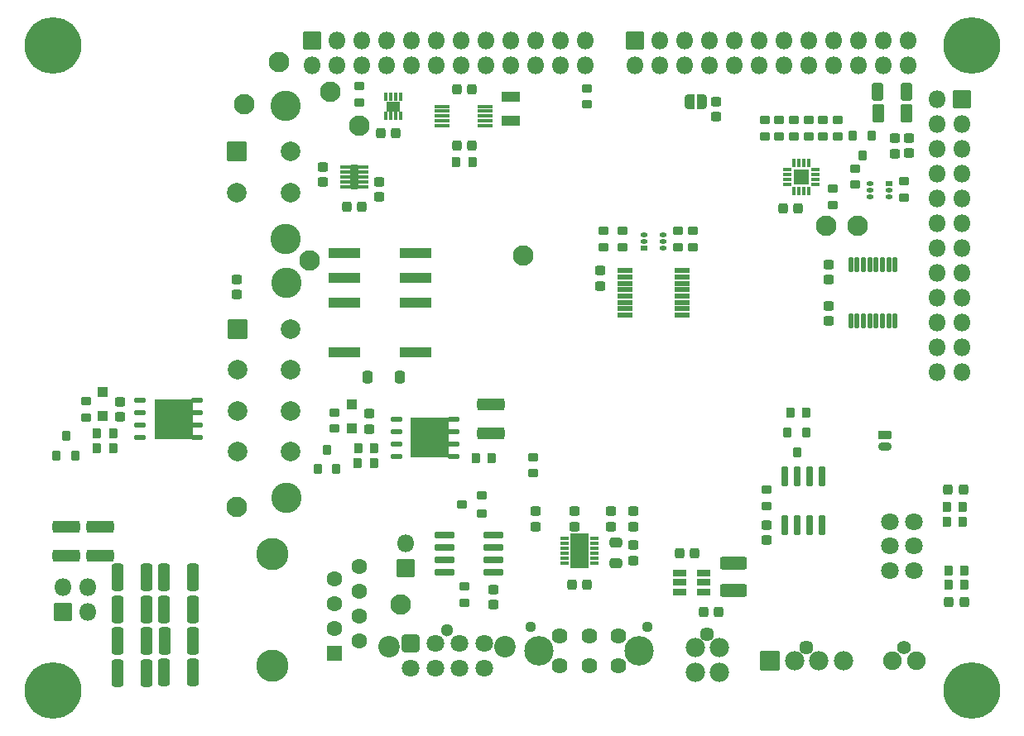
<source format=gbr>
%TF.GenerationSoftware,KiCad,Pcbnew,8.0.5*%
%TF.CreationDate,2024-12-26T16:36:05+00:00*%
%TF.ProjectId,mallow_adapt_v1.2,6d616c6c-6f77-45f6-9164-6170745f7631,rev?*%
%TF.SameCoordinates,Original*%
%TF.FileFunction,Soldermask,Bot*%
%TF.FilePolarity,Negative*%
%FSLAX46Y46*%
G04 Gerber Fmt 4.6, Leading zero omitted, Abs format (unit mm)*
G04 Created by KiCad (PCBNEW 8.0.5) date 2024-12-26 16:36:05*
%MOMM*%
%LPD*%
G01*
G04 APERTURE LIST*
G04 Aperture macros list*
%AMRoundRect*
0 Rectangle with rounded corners*
0 $1 Rounding radius*
0 $2 $3 $4 $5 $6 $7 $8 $9 X,Y pos of 4 corners*
0 Add a 4 corners polygon primitive as box body*
4,1,4,$2,$3,$4,$5,$6,$7,$8,$9,$2,$3,0*
0 Add four circle primitives for the rounded corners*
1,1,$1+$1,$2,$3*
1,1,$1+$1,$4,$5*
1,1,$1+$1,$6,$7*
1,1,$1+$1,$8,$9*
0 Add four rect primitives between the rounded corners*
20,1,$1+$1,$2,$3,$4,$5,0*
20,1,$1+$1,$4,$5,$6,$7,0*
20,1,$1+$1,$6,$7,$8,$9,0*
20,1,$1+$1,$8,$9,$2,$3,0*%
%AMFreePoly0*
4,1,35,0.535355,0.785355,0.550000,0.750000,0.550000,-0.750000,0.535355,-0.785355,0.500000,-0.800000,0.000000,-0.800000,-0.012286,-0.794911,-0.071157,-0.794911,-0.085244,-0.792886,-0.221795,-0.752791,-0.234740,-0.746879,-0.354462,-0.669938,-0.365217,-0.660618,-0.458414,-0.553063,-0.466109,-0.541091,-0.525228,-0.411637,-0.529237,-0.397982,-0.549491,-0.257116,-0.550000,-0.250000,-0.550000,0.250000,
-0.549491,0.257116,-0.529237,0.397982,-0.525228,0.411637,-0.466109,0.541091,-0.458414,0.553063,-0.365217,0.660618,-0.354462,0.669938,-0.234740,0.746879,-0.221795,0.752791,-0.085244,0.792886,-0.071157,0.794911,-0.012286,0.794911,0.000000,0.800000,0.500000,0.800000,0.535355,0.785355,0.535355,0.785355,$1*%
%AMFreePoly1*
4,1,35,0.012286,0.794911,0.071157,0.794911,0.085244,0.792886,0.221795,0.752791,0.234740,0.746879,0.354462,0.669938,0.365217,0.660618,0.458414,0.553063,0.466109,0.541091,0.525228,0.411637,0.529237,0.397982,0.549491,0.257116,0.550000,0.250000,0.550000,-0.250000,0.549491,-0.257116,0.529237,-0.397982,0.525228,-0.411637,0.466109,-0.541091,0.458414,-0.553063,0.365217,-0.660618,
0.354462,-0.669938,0.234740,-0.746879,0.221795,-0.752791,0.085244,-0.792886,0.071157,-0.794911,0.012286,-0.794911,0.000000,-0.800000,-0.500000,-0.800000,-0.535355,-0.785355,-0.550000,-0.750000,-0.550000,0.750000,-0.535355,0.785355,-0.500000,0.800000,0.000000,0.800000,0.012286,0.794911,0.012286,0.794911,$1*%
G04 Aperture macros list end*
%ADD10C,0.000000*%
%ADD11C,3.700000*%
%ADD12C,5.800000*%
%ADD13RoundRect,0.175000X-0.175000X0.850000X-0.175000X-0.850000X0.175000X-0.850000X0.175000X0.850000X0*%
%ADD14RoundRect,0.250000X-0.275000X0.250000X-0.275000X-0.250000X0.275000X-0.250000X0.275000X0.250000X0*%
%ADD15RoundRect,0.050000X-0.150000X-0.400000X0.150000X-0.400000X0.150000X0.400000X-0.150000X0.400000X0*%
%ADD16RoundRect,0.050000X0.400000X-0.150000X0.400000X0.150000X-0.400000X0.150000X-0.400000X-0.150000X0*%
%ADD17RoundRect,0.050000X0.750000X-0.750000X0.750000X0.750000X-0.750000X0.750000X-0.750000X-0.750000X0*%
%ADD18RoundRect,0.271739X-0.353261X-1.128261X0.353261X-1.128261X0.353261X1.128261X-0.353261X1.128261X0*%
%ADD19C,2.100000*%
%ADD20FreePoly0,180.000000*%
%ADD21FreePoly1,180.000000*%
%ADD22RoundRect,0.225000X-0.225000X-0.300000X0.225000X-0.300000X0.225000X0.300000X-0.225000X0.300000X0*%
%ADD23C,1.120000*%
%ADD24C,1.620000*%
%ADD25C,3.009999*%
%ADD26RoundRect,0.050000X-0.508000X-0.203200X0.508000X-0.203200X0.508000X0.203200X-0.508000X0.203200X0*%
%ADD27RoundRect,0.050000X-1.910500X-1.954499X1.910500X-1.954499X1.910500X1.954499X-1.910500X1.954499X0*%
%ADD28RoundRect,0.250000X0.275000X-0.250000X0.275000X0.250000X-0.275000X0.250000X-0.275000X-0.250000X0*%
%ADD29C,1.450000*%
%ADD30RoundRect,0.050000X-0.937500X-0.937500X0.937500X-0.937500X0.937500X0.937500X-0.937500X0.937500X0*%
%ADD31C,1.975000*%
%ADD32RoundRect,0.050000X0.150000X0.375000X-0.150000X0.375000X-0.150000X-0.375000X0.150000X-0.375000X0*%
%ADD33RoundRect,0.050000X-0.650000X0.450000X-0.650000X-0.450000X0.650000X-0.450000X0.650000X0.450000X0*%
%ADD34RoundRect,0.225000X-0.300000X0.225000X-0.300000X-0.225000X0.300000X-0.225000X0.300000X0.225000X0*%
%ADD35C,1.400000*%
%ADD36C,1.900000*%
%ADD37RoundRect,0.271739X1.128261X-0.353261X1.128261X0.353261X-1.128261X0.353261X-1.128261X-0.353261X0*%
%ADD38RoundRect,0.102000X0.300000X-0.400000X0.300000X0.400000X-0.300000X0.400000X-0.300000X-0.400000X0*%
%ADD39RoundRect,0.050000X-0.850000X0.850000X-0.850000X-0.850000X0.850000X-0.850000X0.850000X0.850000X0*%
%ADD40O,1.800000X1.800000*%
%ADD41RoundRect,0.225000X0.300000X-0.225000X0.300000X0.225000X-0.300000X0.225000X-0.300000X-0.225000X0*%
%ADD42RoundRect,0.250000X0.250000X0.275000X-0.250000X0.275000X-0.250000X-0.275000X0.250000X-0.275000X0*%
%ADD43RoundRect,0.271739X0.353261X0.678261X-0.353261X0.678261X-0.353261X-0.678261X0.353261X-0.678261X0*%
%ADD44RoundRect,0.250000X-0.250000X-0.275000X0.250000X-0.275000X0.250000X0.275000X-0.250000X0.275000X0*%
%ADD45RoundRect,0.272222X-0.340278X-0.652778X0.340278X-0.652778X0.340278X0.652778X-0.340278X0.652778X0*%
%ADD46RoundRect,0.125000X-0.125000X0.662500X-0.125000X-0.662500X0.125000X-0.662500X0.125000X0.662500X0*%
%ADD47C,3.300000*%
%ADD48C,1.600000*%
%ADD49RoundRect,0.225000X0.225000X0.300000X-0.225000X0.300000X-0.225000X-0.300000X0.225000X-0.300000X0*%
%ADD50RoundRect,0.270000X1.105000X-0.405000X1.105000X0.405000X-1.105000X0.405000X-1.105000X-0.405000X0*%
%ADD51C,3.100000*%
%ADD52RoundRect,0.050000X0.950000X-0.950000X0.950000X0.950000X-0.950000X0.950000X-0.950000X-0.950000X0*%
%ADD53C,2.000000*%
%ADD54RoundRect,0.050000X0.300000X0.210000X-0.300000X0.210000X-0.300000X-0.210000X0.300000X-0.210000X0*%
%ADD55O,0.700000X0.520000*%
%ADD56RoundRect,0.050000X-0.900000X0.500000X-0.900000X-0.500000X0.900000X-0.500000X0.900000X0.500000X0*%
%ADD57C,1.300000*%
%ADD58RoundRect,0.264706X-0.635294X-0.635294X0.635294X-0.635294X0.635294X0.635294X-0.635294X0.635294X0*%
%ADD59C,1.800000*%
%ADD60C,2.200000*%
%ADD61RoundRect,0.275000X0.275000X-0.275000X0.275000X0.275000X-0.275000X0.275000X-0.275000X-0.275000X0*%
%ADD62RoundRect,0.050000X0.900000X1.700000X-0.900000X1.700000X-0.900000X-1.700000X0.900000X-1.700000X0*%
%ADD63RoundRect,0.050000X-0.425000X0.150000X-0.425000X-0.150000X0.425000X-0.150000X0.425000X0.150000X0*%
%ADD64RoundRect,0.050000X-0.345000X-1.220000X0.345000X-1.220000X0.345000X1.220000X-0.345000X1.220000X0*%
%ADD65RoundRect,0.050000X0.737500X-0.225000X0.737500X0.225000X-0.737500X0.225000X-0.737500X-0.225000X0*%
%ADD66RoundRect,0.102000X0.400000X0.300000X-0.400000X0.300000X-0.400000X-0.300000X0.400000X-0.300000X0*%
%ADD67RoundRect,0.050000X-0.300000X-0.210000X0.300000X-0.210000X0.300000X0.210000X-0.300000X0.210000X0*%
%ADD68RoundRect,0.050000X-0.850000X-0.850000X0.850000X-0.850000X0.850000X0.850000X-0.850000X0.850000X0*%
%ADD69RoundRect,0.102000X-0.300000X0.400000X-0.300000X-0.400000X0.300000X-0.400000X0.300000X0.400000X0*%
%ADD70RoundRect,0.050000X1.580000X-0.500000X1.580000X0.500000X-1.580000X0.500000X-1.580000X-0.500000X0*%
%ADD71RoundRect,0.250000X-0.250000X-0.400000X0.250000X-0.400000X0.250000X0.400000X-0.250000X0.400000X0*%
%ADD72RoundRect,0.050000X0.850000X0.850000X-0.850000X0.850000X-0.850000X-0.850000X0.850000X-0.850000X0*%
%ADD73RoundRect,0.175000X-0.850000X-0.175000X0.850000X-0.175000X0.850000X0.175000X-0.850000X0.175000X0*%
%ADD74RoundRect,0.050000X-0.625000X0.300000X-0.625000X-0.300000X0.625000X-0.300000X0.625000X0.300000X0*%
%ADD75RoundRect,0.243750X0.406250X-0.243750X0.406250X0.243750X-0.406250X0.243750X-0.406250X-0.243750X0*%
%ADD76RoundRect,0.225000X-0.475000X0.225000X-0.475000X-0.225000X0.475000X-0.225000X0.475000X0.225000X0*%
%ADD77O,1.400000X0.900000*%
%ADD78RoundRect,0.050000X0.700000X-0.150000X0.700000X0.150000X-0.700000X0.150000X-0.700000X-0.150000X0*%
G04 APERTURE END LIST*
D10*
%TO.C,Q7*%
G36*
X139930095Y-98337618D02*
G01*
X138914095Y-98337618D01*
X138914095Y-99201218D01*
X139930095Y-99201218D01*
X139930095Y-99607618D01*
X138914095Y-99607618D01*
X138914095Y-100471218D01*
X139930095Y-100471218D01*
X139930095Y-100877618D01*
X138914095Y-100877618D01*
X138914095Y-101741218D01*
X139930095Y-101741218D01*
X139930095Y-102147618D01*
X138914095Y-102147618D01*
X138914095Y-101995218D01*
X135078695Y-101995218D01*
X135078695Y-98083618D01*
X138914095Y-98083618D01*
X138914095Y-97931218D01*
X139930095Y-97931218D01*
X139930095Y-98337618D01*
G37*
%TO.C,Q15*%
G36*
X166128095Y-100239400D02*
G01*
X165112095Y-100239400D01*
X165112095Y-101103000D01*
X166128095Y-101103000D01*
X166128095Y-101509400D01*
X165112095Y-101509400D01*
X165112095Y-102373000D01*
X166128095Y-102373000D01*
X166128095Y-102779400D01*
X165112095Y-102779400D01*
X165112095Y-103643000D01*
X166128095Y-103643000D01*
X166128095Y-104049400D01*
X165112095Y-104049400D01*
X165112095Y-103897000D01*
X161276695Y-103897000D01*
X161276695Y-99985400D01*
X165112095Y-99985400D01*
X165112095Y-99833000D01*
X166128095Y-99833000D01*
X166128095Y-100239400D01*
G37*
%TD*%
D11*
%TO.C,H1*%
X218651085Y-61778600D03*
D12*
X218651085Y-61778600D03*
%TD*%
D11*
%TO.C,H4*%
X218651085Y-127778600D03*
D12*
X218651085Y-127778600D03*
%TD*%
D11*
%TO.C,H3*%
X124651095Y-127778600D03*
D12*
X124651095Y-127778600D03*
%TD*%
D11*
%TO.C,H2*%
X124651095Y-61778600D03*
D12*
X124651095Y-61778600D03*
%TD*%
D13*
%TO.C,U7*%
X199496095Y-105928600D03*
X200766095Y-105928600D03*
X202036095Y-105928600D03*
X203306095Y-105928600D03*
X203306095Y-110878600D03*
X202036095Y-110878600D03*
X200766095Y-110878600D03*
X199496095Y-110878600D03*
%TD*%
D14*
%TO.C,C24*%
X158001095Y-75728600D03*
X158001095Y-77278600D03*
%TD*%
D15*
%TO.C,IC5*%
X201951095Y-76703600D03*
X201451095Y-76703600D03*
X200951095Y-76703600D03*
X200451095Y-76703600D03*
D16*
X199751095Y-76003600D03*
X199751095Y-75503600D03*
X199751095Y-75003600D03*
X199751095Y-74503600D03*
D15*
X200451095Y-73803600D03*
X200951095Y-73803600D03*
X201451095Y-73803600D03*
X201951095Y-73803600D03*
D16*
X202651095Y-74503600D03*
X202651095Y-75003600D03*
X202651095Y-75503600D03*
X202651095Y-76003600D03*
D17*
X201201095Y-75253600D03*
%TD*%
D18*
%TO.C,C45*%
X136001095Y-119503600D03*
X138951095Y-119503600D03*
%TD*%
D19*
%TO.C,TP5*%
X203751095Y-80253600D03*
%TD*%
D20*
%TO.C,JP2*%
X191051095Y-67503600D03*
D21*
X189751095Y-67503600D03*
%TD*%
D18*
%TO.C,C30*%
X131256095Y-126043600D03*
X134206095Y-126043600D03*
%TD*%
D22*
%TO.C,R17*%
X216101095Y-109003600D03*
X217751095Y-109003600D03*
%TD*%
D23*
%TO.C,J5*%
X185501074Y-121313599D03*
X173501098Y-121313599D03*
D24*
X176501097Y-125253599D03*
X179501096Y-125253599D03*
X182501095Y-125253599D03*
X176501097Y-122253600D03*
X179501096Y-122253600D03*
X182501095Y-122253600D03*
D25*
X174351099Y-123753599D03*
X184651093Y-123753599D03*
%TD*%
D26*
%TO.C,Q7*%
X133580095Y-101944418D03*
X133580095Y-100674418D03*
X133580095Y-99404418D03*
X133580095Y-98134418D03*
X139422095Y-98134418D03*
X139422095Y-99404418D03*
X139422095Y-100674418D03*
D27*
X137003595Y-100038117D03*
D26*
X139422095Y-101944418D03*
%TD*%
D28*
%TO.C,C78*%
X178001095Y-111028600D03*
X178001095Y-109478600D03*
%TD*%
D19*
%TO.C,TP3*%
X150901095Y-83803600D03*
%TD*%
%TO.C,TP13*%
X172751095Y-83253600D03*
%TD*%
D18*
%TO.C,C44*%
X136026095Y-116253600D03*
X138976095Y-116253600D03*
%TD*%
D29*
%TO.C,J4*%
X201751095Y-123413600D03*
D30*
X198001095Y-124753600D03*
D31*
X200501095Y-124753600D03*
X203001095Y-124753600D03*
X205501095Y-124753600D03*
%TD*%
D32*
%TO.C,U11*%
X158701095Y-67003600D03*
X159201095Y-67003600D03*
X159701095Y-67003600D03*
X160201095Y-67003600D03*
X160201095Y-69003600D03*
X159701095Y-69003600D03*
X159201095Y-69003600D03*
X158701095Y-69003600D03*
D33*
X159451095Y-68003600D03*
%TD*%
D34*
%TO.C,R75*%
X200451095Y-69428600D03*
X200451095Y-71078600D03*
%TD*%
D35*
%TO.C,J3*%
X211751095Y-123413600D03*
D36*
X210501095Y-124753600D03*
X213001095Y-124753600D03*
%TD*%
D37*
%TO.C,C48*%
X126001095Y-113978600D03*
X126001095Y-111028600D03*
%TD*%
D18*
%TO.C,C40*%
X131276095Y-119503600D03*
X134226095Y-119503600D03*
%TD*%
%TO.C,C49*%
X131276095Y-122753600D03*
X134226095Y-122753600D03*
%TD*%
D38*
%TO.C,Q13*%
X153651095Y-105163600D03*
X151751095Y-105163600D03*
X152701095Y-103143600D03*
%TD*%
D39*
%TO.C,X19*%
X184171094Y-61278628D03*
D40*
X184171094Y-63818628D03*
X186711094Y-61278628D03*
X186711094Y-63818628D03*
X189251094Y-61278628D03*
X189251094Y-63818628D03*
X191791094Y-61278628D03*
X191791094Y-63818628D03*
X194331094Y-61278628D03*
X194331094Y-63818628D03*
X196871094Y-61278628D03*
X196871094Y-63818628D03*
X199411094Y-61278628D03*
X199411094Y-63818628D03*
X201951094Y-61278628D03*
X201951094Y-63818628D03*
X204491094Y-61278628D03*
X204491094Y-63818628D03*
X207031094Y-61278628D03*
X207031094Y-63818628D03*
X209571094Y-61278628D03*
X209571094Y-63818628D03*
X212111094Y-61278628D03*
X212111094Y-63818628D03*
%TD*%
D41*
%TO.C,R56*%
X182913096Y-82428600D03*
X182913096Y-80778600D03*
%TD*%
D42*
%TO.C,C19*%
X217776095Y-107253600D03*
X216226095Y-107253600D03*
%TD*%
D43*
%TO.C,C51*%
X212001095Y-68753600D03*
X209051095Y-68753600D03*
%TD*%
D41*
%TO.C,R15*%
X181001095Y-82428600D03*
X181001095Y-80778600D03*
%TD*%
D37*
%TO.C,C12*%
X169501095Y-101478600D03*
X169501095Y-98528600D03*
%TD*%
D34*
%TO.C,R71*%
X197451095Y-69428600D03*
X197451095Y-71078600D03*
%TD*%
D44*
%TO.C,C3*%
X191201095Y-119753600D03*
X192751095Y-119753600D03*
%TD*%
D45*
%TO.C,R29*%
X209038595Y-66503600D03*
X211963595Y-66503600D03*
%TD*%
D46*
%TO.C,U17*%
X206251095Y-84228600D03*
X206901095Y-84228600D03*
X207551095Y-84228600D03*
X208201095Y-84228600D03*
X208851095Y-84228600D03*
X209501095Y-84228600D03*
X210151095Y-84228600D03*
X210801095Y-84228600D03*
X210801095Y-89953600D03*
X210151095Y-89953600D03*
X209501095Y-89953600D03*
X208851095Y-89953600D03*
X208201095Y-89953600D03*
X207551095Y-89953600D03*
X206901095Y-89953600D03*
X206251095Y-89953600D03*
%TD*%
D47*
%TO.C,J9*%
X147111095Y-125293600D03*
X147111095Y-113863600D03*
D17*
X153461095Y-124023600D03*
D48*
X156001095Y-122753600D03*
X153461095Y-121483600D03*
X156001095Y-120213600D03*
X153461095Y-118943600D03*
X156001095Y-117673600D03*
X153461095Y-116403600D03*
X156001095Y-115133600D03*
%TD*%
D49*
%TO.C,R68*%
X169576095Y-104003600D03*
X167926095Y-104003600D03*
%TD*%
D44*
%TO.C,C64*%
X165976095Y-72003600D03*
X167526095Y-72003600D03*
%TD*%
D19*
%TO.C,TP11*%
X143501095Y-109003600D03*
%TD*%
D28*
%TO.C,C16*%
X143501095Y-87278600D03*
X143501095Y-85728600D03*
%TD*%
D50*
%TO.C,L2*%
X194251095Y-117553600D03*
X194251095Y-114753600D03*
%TD*%
D51*
%TO.C,J1*%
X148491095Y-81553600D03*
X148491095Y-67953600D03*
D52*
X143451095Y-72653600D03*
D53*
X143451095Y-76853600D03*
X148951095Y-72653600D03*
X148951095Y-76853600D03*
%TD*%
D34*
%TO.C,R77*%
X203451095Y-69428600D03*
X203451095Y-71078600D03*
%TD*%
D28*
%TO.C,C73*%
X184001095Y-111028600D03*
X184001095Y-109478600D03*
%TD*%
D41*
%TO.C,R54*%
X188601096Y-82428600D03*
X188601096Y-80778600D03*
%TD*%
%TO.C,R2*%
X179251095Y-67828600D03*
X179251095Y-66178600D03*
%TD*%
D49*
%TO.C,R24*%
X130851095Y-101483600D03*
X129201095Y-101483600D03*
%TD*%
D54*
%TO.C,U14*%
X210151097Y-75953602D03*
D55*
X210151097Y-76603601D03*
X210151097Y-77253600D03*
X208251095Y-77253600D03*
X208251095Y-76603601D03*
X208251095Y-75953602D03*
%TD*%
D34*
%TO.C,R48*%
X166726095Y-117178600D03*
X166726095Y-118828600D03*
%TD*%
D41*
%TO.C,R72*%
X211751095Y-77328600D03*
X211751095Y-75678600D03*
%TD*%
D56*
%TO.C,Y1*%
X171501095Y-69503600D03*
X171501095Y-67003600D03*
%TD*%
D37*
%TO.C,C29*%
X129501095Y-113978600D03*
X129501095Y-111028600D03*
%TD*%
D28*
%TO.C,C79*%
X204001095Y-90003600D03*
X204001095Y-88453600D03*
%TD*%
D57*
%TO.C,J6*%
X165001095Y-121663600D03*
D58*
X161251095Y-123003600D03*
D59*
X163751095Y-123003600D03*
X166251095Y-123003600D03*
X168751095Y-123003600D03*
X161251095Y-125503600D03*
X163751095Y-125503600D03*
X166251095Y-125503600D03*
X168751095Y-125503600D03*
D60*
X159081097Y-123293599D03*
X170921073Y-123293599D03*
%TD*%
D39*
%TO.C,X10*%
X151151095Y-61278600D03*
D40*
X151151095Y-63818600D03*
X153691095Y-61278600D03*
X153691095Y-63818600D03*
X156231095Y-61278600D03*
X156231095Y-63818600D03*
X158771095Y-61278600D03*
X158771095Y-63818600D03*
X161311095Y-61278600D03*
X161311095Y-63818600D03*
X163851095Y-61278600D03*
X163851095Y-63818600D03*
X166391095Y-61278600D03*
X166391095Y-63818600D03*
X168931095Y-61278600D03*
X168931095Y-63818600D03*
X171471095Y-61278600D03*
X171471095Y-63818600D03*
X174011095Y-61278600D03*
X174011095Y-63818600D03*
X176551095Y-61278600D03*
X176551095Y-63818600D03*
X179091095Y-61278600D03*
X179091095Y-63818600D03*
%TD*%
D18*
%TO.C,C46*%
X136066095Y-122753600D03*
X139016095Y-122753600D03*
%TD*%
D44*
%TO.C,C18*%
X154726095Y-78253600D03*
X156276095Y-78253600D03*
%TD*%
D34*
%TO.C,R70*%
X204951095Y-69428600D03*
X204951095Y-71078600D03*
%TD*%
D42*
%TO.C,C15*%
X217861812Y-118753600D03*
X216311812Y-118753600D03*
%TD*%
D41*
%TO.C,R57*%
X204451095Y-78078600D03*
X204451095Y-76428600D03*
%TD*%
D26*
%TO.C,Q15*%
X159778095Y-103846200D03*
X159778095Y-102576200D03*
X159778095Y-101306200D03*
X159778095Y-100036200D03*
X165620095Y-100036200D03*
X165620095Y-101306200D03*
X165620095Y-102576200D03*
D27*
X163201595Y-101939899D03*
D26*
X165620095Y-103846200D03*
%TD*%
D61*
%TO.C,D6*%
X155251095Y-101003600D03*
X155251095Y-98503600D03*
%TD*%
D28*
%TO.C,C59*%
X157001095Y-101028600D03*
X157001095Y-99478600D03*
%TD*%
D51*
%TO.C,J10*%
X148553596Y-108078600D03*
X148553596Y-86078600D03*
D52*
X143513596Y-90778600D03*
D53*
X143513596Y-94978600D03*
X143513596Y-99178600D03*
X143513596Y-103378600D03*
X149013596Y-90778600D03*
X149013596Y-94978600D03*
X149013596Y-99178600D03*
X149013596Y-103378600D03*
%TD*%
D19*
%TO.C,TP4*%
X207001095Y-80253600D03*
%TD*%
D16*
%TO.C,U16*%
X180026095Y-112253600D03*
X180026095Y-112753600D03*
X180026095Y-113253600D03*
X180026095Y-113753600D03*
X180026095Y-114253600D03*
X180026095Y-114753600D03*
X177026095Y-114753600D03*
X177026095Y-114253600D03*
X177026095Y-113753600D03*
X177026095Y-113253600D03*
X177026095Y-112753600D03*
X177026095Y-112253600D03*
D62*
X178526095Y-113503600D03*
%TD*%
D19*
%TO.C,TP12*%
X156001095Y-70003600D03*
%TD*%
D63*
%TO.C,IC2*%
X154551095Y-76253600D03*
X154551095Y-75753600D03*
X154551095Y-75253600D03*
X154551095Y-74753600D03*
X154551095Y-74253600D03*
X156451095Y-74253600D03*
X156451095Y-74753600D03*
X156451095Y-75253600D03*
X156451095Y-75753600D03*
X156451095Y-76253600D03*
D64*
X155501095Y-75253600D03*
%TD*%
D65*
%TO.C,IC3*%
X189039096Y-84828600D03*
X189039096Y-85478600D03*
X189039096Y-86128600D03*
X189039096Y-86778600D03*
X189039096Y-87428600D03*
X189039096Y-88078600D03*
X189039096Y-88728600D03*
X189039096Y-89378600D03*
X183163096Y-89378600D03*
X183163096Y-88728600D03*
X183163096Y-88078600D03*
X183163096Y-87428600D03*
X183163096Y-86778600D03*
X183163096Y-86128600D03*
X183163096Y-85478600D03*
X183163096Y-84828600D03*
%TD*%
D66*
%TO.C,Q12*%
X168521095Y-107803600D03*
X168521095Y-109703600D03*
X166501095Y-108753600D03*
%TD*%
D42*
%TO.C,C76*%
X179301095Y-117003600D03*
X177751095Y-117003600D03*
%TD*%
D18*
%TO.C,C27*%
X131276095Y-116253600D03*
X134226095Y-116253600D03*
%TD*%
D22*
%TO.C,R25*%
X129201095Y-102983600D03*
X130851095Y-102983600D03*
%TD*%
D49*
%TO.C,R51*%
X157526095Y-103003600D03*
X155876095Y-103003600D03*
%TD*%
D34*
%TO.C,R74*%
X198951095Y-69428600D03*
X198951095Y-71078600D03*
%TD*%
D28*
%TO.C,C74*%
X181751095Y-111028600D03*
X181751095Y-109478600D03*
%TD*%
D29*
%TO.C,J2*%
X191591095Y-122093600D03*
D31*
X190341095Y-123433600D03*
X190341095Y-125933600D03*
X192841095Y-123433600D03*
X192841095Y-125933600D03*
%TD*%
D34*
%TO.C,R55*%
X197651095Y-107278600D03*
X197651095Y-108928600D03*
%TD*%
%TO.C,R50*%
X190101096Y-80778600D03*
X190101096Y-82428600D03*
%TD*%
D14*
%TO.C,C61*%
X197651095Y-110878600D03*
X197651095Y-112428600D03*
%TD*%
D67*
%TO.C,U6*%
X185151095Y-82503599D03*
D55*
X185151095Y-81853600D03*
X185151095Y-81203601D03*
X187051097Y-81203601D03*
X187051097Y-81853600D03*
X187051097Y-82503599D03*
%TD*%
D68*
%TO.C,X5*%
X125651123Y-119778596D03*
D40*
X128191123Y-119778596D03*
X125651123Y-117238596D03*
X128191123Y-117238596D03*
%TD*%
D49*
%TO.C,R20*%
X217901095Y-115503600D03*
X216251095Y-115503600D03*
%TD*%
D69*
%TO.C,Q14*%
X199806690Y-101394537D03*
X201706690Y-101394537D03*
X200756690Y-103414537D03*
%TD*%
D14*
%TO.C,C11*%
X180663096Y-84828600D03*
X180663096Y-86378600D03*
%TD*%
D70*
%TO.C,RL1*%
X154501095Y-93183600D03*
X154501095Y-88103600D03*
X154501095Y-85563600D03*
X154501095Y-83023600D03*
X161741095Y-83023600D03*
X161741095Y-85563600D03*
X161741095Y-88103600D03*
X161741095Y-93183600D03*
%TD*%
D19*
%TO.C,TP1*%
X144251095Y-67753600D03*
%TD*%
D49*
%TO.C,R62*%
X167582572Y-73712849D03*
X165932572Y-73712849D03*
%TD*%
D22*
%TO.C,R18*%
X216101095Y-110503600D03*
X217751095Y-110503600D03*
%TD*%
D34*
%TO.C,R76*%
X201951095Y-69428600D03*
X201951095Y-71078600D03*
%TD*%
D41*
%TO.C,R52*%
X153501095Y-101003600D03*
X153501095Y-99353600D03*
%TD*%
D71*
%TO.C,D7*%
X156851095Y-95753600D03*
X160151095Y-95753600D03*
%TD*%
D14*
%TO.C,C77*%
X204001095Y-84203600D03*
X204001095Y-85753600D03*
%TD*%
%TO.C,C56*%
X169726095Y-117478600D03*
X169726095Y-119028600D03*
%TD*%
D49*
%TO.C,R49*%
X157501095Y-104503600D03*
X155851095Y-104503600D03*
%TD*%
D41*
%TO.C,R22*%
X128026095Y-99869418D03*
X128026095Y-98219418D03*
%TD*%
D49*
%TO.C,R19*%
X217901095Y-117003600D03*
X216251095Y-117003600D03*
%TD*%
D61*
%TO.C,D2*%
X129776095Y-99733600D03*
X129776095Y-97233600D03*
%TD*%
D42*
%TO.C,C65*%
X159751095Y-70753600D03*
X158201095Y-70753600D03*
%TD*%
%TO.C,C71*%
X200903566Y-78448198D03*
X199353566Y-78448198D03*
%TD*%
D72*
%TO.C,X16*%
X217651087Y-67278624D03*
D40*
X215111087Y-67278624D03*
X217651087Y-69818624D03*
X215111087Y-69818624D03*
X217651087Y-72358624D03*
X215111087Y-72358624D03*
X217651087Y-74898624D03*
X215111087Y-74898624D03*
X217651087Y-77438624D03*
X215111087Y-77438624D03*
X217651087Y-79978624D03*
X215111087Y-79978624D03*
X217651087Y-82518624D03*
X215111087Y-82518624D03*
X217651087Y-85058624D03*
X215111087Y-85058624D03*
X217651087Y-87598624D03*
X215111087Y-87598624D03*
X217651087Y-90138624D03*
X215111087Y-90138624D03*
X217651087Y-92678624D03*
X215111087Y-92678624D03*
X217651087Y-95218624D03*
X215111087Y-95218624D03*
%TD*%
D28*
%TO.C,C22*%
X152251095Y-75778600D03*
X152251095Y-74228600D03*
%TD*%
%TO.C,C17*%
X131526095Y-99819418D03*
X131526095Y-98269418D03*
%TD*%
D42*
%TO.C,C4*%
X190301095Y-113753600D03*
X188751095Y-113753600D03*
%TD*%
D41*
%TO.C,R44*%
X173751095Y-105578600D03*
X173751095Y-103928600D03*
%TD*%
D59*
%TO.C,J7*%
X212751095Y-110503600D03*
X212751095Y-113003600D03*
X212751095Y-115503600D03*
X210251095Y-110503600D03*
X210251095Y-113003600D03*
X210251095Y-115503600D03*
%TD*%
D73*
%TO.C,U4*%
X164734193Y-115677257D03*
X164734193Y-114407257D03*
X164734193Y-113137257D03*
X164734193Y-111867257D03*
X169684193Y-111867257D03*
X169684193Y-113137257D03*
X169684193Y-114407257D03*
X169684193Y-115677257D03*
%TD*%
D74*
%TO.C,IC4*%
X188726095Y-117703600D03*
X188726095Y-116753600D03*
X188726095Y-115803600D03*
X191226095Y-115803600D03*
X191226095Y-116753600D03*
X191226095Y-117703600D03*
%TD*%
D75*
%TO.C,L1*%
X182276095Y-114816100D03*
X182276095Y-112691100D03*
%TD*%
D14*
%TO.C,C20*%
X192501095Y-67503600D03*
X192501095Y-69053600D03*
%TD*%
D28*
%TO.C,C2*%
X210751095Y-72828600D03*
X210751095Y-71278600D03*
%TD*%
D19*
%TO.C,TP9*%
X147751095Y-63503600D03*
%TD*%
D44*
%TO.C,C67*%
X165976095Y-66253600D03*
X167526095Y-66253600D03*
%TD*%
D19*
%TO.C,TP2*%
X160251095Y-119003600D03*
%TD*%
D18*
%TO.C,C33*%
X136031095Y-125983600D03*
X138981095Y-125983600D03*
%TD*%
D28*
%TO.C,C80*%
X174001095Y-111028600D03*
X174001095Y-109478600D03*
%TD*%
D76*
%TO.C,J11*%
X209801095Y-101628600D03*
D77*
X209801095Y-102878600D03*
%TD*%
D69*
%TO.C,Q19*%
X206501095Y-70993600D03*
X208401095Y-70993600D03*
X207451095Y-73013600D03*
%TD*%
D34*
%TO.C,R73*%
X206751095Y-74353600D03*
X206751095Y-76003600D03*
%TD*%
D78*
%TO.C,U10*%
X168901095Y-68003600D03*
X168901095Y-68503600D03*
X168901095Y-69003600D03*
X168901095Y-69503600D03*
X168901095Y-70003600D03*
X164501095Y-70003600D03*
X164501095Y-69503600D03*
X164501095Y-69003600D03*
X164501095Y-68503600D03*
X164501095Y-68003600D03*
%TD*%
D14*
%TO.C,C1*%
X212251095Y-71228600D03*
X212251095Y-72778600D03*
%TD*%
D49*
%TO.C,R53*%
X201726095Y-99403600D03*
X200076095Y-99403600D03*
%TD*%
D38*
%TO.C,Q8*%
X126951095Y-103763600D03*
X125051095Y-103763600D03*
X126001095Y-101743600D03*
%TD*%
D19*
%TO.C,TP10*%
X153001095Y-66503600D03*
%TD*%
D14*
%TO.C,C75*%
X184026095Y-112953600D03*
X184026095Y-114503600D03*
%TD*%
D41*
%TO.C,R1*%
X156001095Y-67578600D03*
X156001095Y-65928600D03*
%TD*%
D68*
%TO.C,JP1*%
X160751095Y-115278600D03*
D40*
X160751095Y-112738600D03*
%TD*%
M02*

</source>
